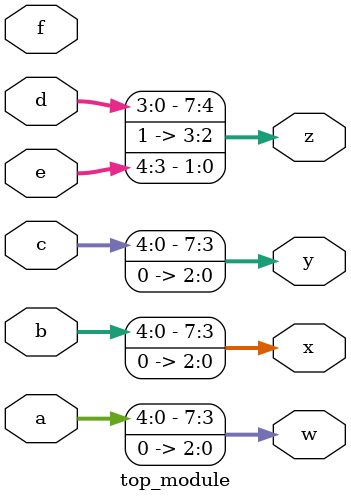
<source format=sv>
module top_module (
    input [4:0] a,
    input [4:0] b,
    input [4:0] c,
    input [4:0] d,
    input [4:0] e,
    input [4:0] f,
    output [7:0] w,
    output [7:0] x,
    output [7:0] y,
    output [7:0] z
);

assign w = {a, 3'b0};
assign x = {b, 3'b0};
assign y = {c, 3'b0};
assign z = {d, 2'b11, e[4:3]};

endmodule

</source>
